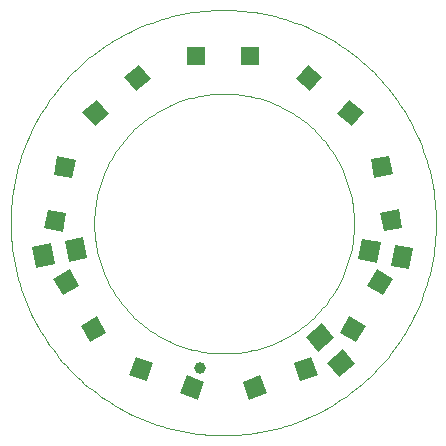
<source format=gtp>
G04 EAGLE Gerber RS-274X export*
G75*
%MOMM*%
%FSLAX35Y35*%
%LPD*%
%INsolder_paste_top*%
%IPPOS*%
%AMOC8*
5,1,8,0,0,1.08239X$1,22.5*%
G01*
%ADD10C,0.010000*%
%ADD11C,0.050000*%
%ADD12R,1.600000X1.800000*%
%ADD13R,1.600000X1.600000*%
%ADD14R,1.600000X1.600000*%
%ADD15C,1.000000*%


D10*
X1793375Y-42625D02*
X1793375Y57375D01*
X-1806625Y7375D02*
X-1806083Y51549D01*
X-1804457Y95697D01*
X-1801748Y139791D01*
X-1797958Y183806D01*
X-1793088Y227714D01*
X-1787143Y271490D01*
X-1780125Y315106D01*
X-1772039Y358538D01*
X-1762889Y401757D01*
X-1752681Y444739D01*
X-1741422Y487458D01*
X-1729118Y529887D01*
X-1715776Y572002D01*
X-1701404Y613777D01*
X-1686012Y655186D01*
X-1669608Y696205D01*
X-1652203Y736809D01*
X-1633806Y776974D01*
X-1614429Y816675D01*
X-1594083Y855889D01*
X-1572782Y894592D01*
X-1550536Y932760D01*
X-1527361Y970371D01*
X-1503270Y1007401D01*
X-1478278Y1043830D01*
X-1452399Y1079634D01*
X-1425649Y1114792D01*
X-1398044Y1149283D01*
X-1369601Y1183086D01*
X-1340337Y1216181D01*
X-1310270Y1248548D01*
X-1279417Y1280167D01*
X-1247798Y1311020D01*
X-1215431Y1341087D01*
X-1182336Y1370351D01*
X-1148533Y1398794D01*
X-1114042Y1426399D01*
X-1078884Y1453149D01*
X-1043080Y1479028D01*
X-1006651Y1504020D01*
X-969621Y1528111D01*
X-932010Y1551286D01*
X-893842Y1573532D01*
X-855139Y1594833D01*
X-815925Y1615179D01*
X-776224Y1634556D01*
X-736059Y1652953D01*
X-695455Y1670358D01*
X-654436Y1686762D01*
X-613027Y1702154D01*
X-571252Y1716526D01*
X-529137Y1729868D01*
X-486708Y1742172D01*
X-443989Y1753431D01*
X-401007Y1763639D01*
X-357788Y1772789D01*
X-314356Y1780875D01*
X-270740Y1787893D01*
X-226964Y1793838D01*
X-183056Y1798708D01*
X-139041Y1802498D01*
X-94947Y1805207D01*
X-50799Y1806833D01*
X-6625Y1807375D01*
X37549Y1806833D01*
X81697Y1805207D01*
X125791Y1802498D01*
X169806Y1798708D01*
X213714Y1793838D01*
X257490Y1787893D01*
X301106Y1780875D01*
X344538Y1772789D01*
X387757Y1763639D01*
X430739Y1753431D01*
X473458Y1742172D01*
X515887Y1729868D01*
X558002Y1716526D01*
X599777Y1702154D01*
X641186Y1686762D01*
X682205Y1670358D01*
X722809Y1652953D01*
X762974Y1634556D01*
X802675Y1615179D01*
X841889Y1594833D01*
X880592Y1573532D01*
X918760Y1551286D01*
X956371Y1528111D01*
X993401Y1504020D01*
X1029830Y1479028D01*
X1065634Y1453149D01*
X1100792Y1426399D01*
X1135283Y1398794D01*
X1169086Y1370351D01*
X1202181Y1341087D01*
X1234548Y1311020D01*
X1266167Y1280167D01*
X1297020Y1248548D01*
X1327087Y1216181D01*
X1356351Y1183086D01*
X1384794Y1149283D01*
X1412399Y1114792D01*
X1439149Y1079634D01*
X1465028Y1043830D01*
X1490020Y1007401D01*
X1514111Y970371D01*
X1537286Y932760D01*
X1559532Y894592D01*
X1580833Y855889D01*
X1601179Y816675D01*
X1620556Y776974D01*
X1638953Y736809D01*
X1656358Y696205D01*
X1672762Y655186D01*
X1688154Y613777D01*
X1702526Y572002D01*
X1715868Y529887D01*
X1728172Y487458D01*
X1739431Y444739D01*
X1749639Y401757D01*
X1758789Y358538D01*
X1766875Y315106D01*
X1773893Y271490D01*
X1779838Y227714D01*
X1784708Y183806D01*
X1788498Y139791D01*
X1791207Y95697D01*
X1792833Y51549D01*
X1793375Y7375D01*
X1792833Y-36799D01*
X1791207Y-80947D01*
X1788498Y-125041D01*
X1784708Y-169056D01*
X1779838Y-212964D01*
X1773893Y-256740D01*
X1766875Y-300356D01*
X1758789Y-343788D01*
X1749639Y-387007D01*
X1739431Y-429989D01*
X1728172Y-472708D01*
X1715868Y-515137D01*
X1702526Y-557252D01*
X1688154Y-599027D01*
X1672762Y-640436D01*
X1656358Y-681455D01*
X1638953Y-722059D01*
X1620556Y-762224D01*
X1601179Y-801925D01*
X1580833Y-841139D01*
X1559532Y-879842D01*
X1537286Y-918010D01*
X1514111Y-955621D01*
X1490020Y-992651D01*
X1465028Y-1029080D01*
X1439149Y-1064884D01*
X1412399Y-1100042D01*
X1384794Y-1134533D01*
X1356351Y-1168336D01*
X1327087Y-1201431D01*
X1297020Y-1233798D01*
X1266167Y-1265417D01*
X1234548Y-1296270D01*
X1202181Y-1326337D01*
X1169086Y-1355601D01*
X1135283Y-1384044D01*
X1100792Y-1411649D01*
X1065634Y-1438399D01*
X1029830Y-1464278D01*
X993401Y-1489270D01*
X956371Y-1513361D01*
X918760Y-1536536D01*
X880592Y-1558782D01*
X841889Y-1580083D01*
X802675Y-1600429D01*
X762974Y-1619806D01*
X722809Y-1638203D01*
X682205Y-1655608D01*
X641186Y-1672012D01*
X599777Y-1687404D01*
X558002Y-1701776D01*
X515887Y-1715118D01*
X473458Y-1727422D01*
X430739Y-1738681D01*
X387757Y-1748889D01*
X344538Y-1758039D01*
X301106Y-1766125D01*
X257490Y-1773143D01*
X213714Y-1779088D01*
X169806Y-1783958D01*
X125791Y-1787748D01*
X81697Y-1790457D01*
X37549Y-1792083D01*
X-6625Y-1792625D01*
X-50799Y-1792083D01*
X-94947Y-1790457D01*
X-139041Y-1787748D01*
X-183056Y-1783958D01*
X-226964Y-1779088D01*
X-270740Y-1773143D01*
X-314356Y-1766125D01*
X-357788Y-1758039D01*
X-401007Y-1748889D01*
X-443989Y-1738681D01*
X-486708Y-1727422D01*
X-529137Y-1715118D01*
X-571252Y-1701776D01*
X-613027Y-1687404D01*
X-654436Y-1672012D01*
X-695455Y-1655608D01*
X-736059Y-1638203D01*
X-776224Y-1619806D01*
X-815925Y-1600429D01*
X-855139Y-1580083D01*
X-893842Y-1558782D01*
X-932010Y-1536536D01*
X-969621Y-1513361D01*
X-1006651Y-1489270D01*
X-1043080Y-1464278D01*
X-1078884Y-1438399D01*
X-1114042Y-1411649D01*
X-1148533Y-1384044D01*
X-1182336Y-1355601D01*
X-1215431Y-1326337D01*
X-1247798Y-1296270D01*
X-1279417Y-1265417D01*
X-1310270Y-1233798D01*
X-1340337Y-1201431D01*
X-1369601Y-1168336D01*
X-1398044Y-1134533D01*
X-1425649Y-1100042D01*
X-1452399Y-1064884D01*
X-1478278Y-1029080D01*
X-1503270Y-992651D01*
X-1527361Y-955621D01*
X-1550536Y-918010D01*
X-1572782Y-879842D01*
X-1594083Y-841139D01*
X-1614429Y-801925D01*
X-1633806Y-762224D01*
X-1652203Y-722059D01*
X-1669608Y-681455D01*
X-1686012Y-640436D01*
X-1701404Y-599027D01*
X-1715776Y-557252D01*
X-1729118Y-515137D01*
X-1741422Y-472708D01*
X-1752681Y-429989D01*
X-1762889Y-387007D01*
X-1772039Y-343788D01*
X-1780125Y-300356D01*
X-1787143Y-256740D01*
X-1793088Y-212964D01*
X-1797958Y-169056D01*
X-1801748Y-125041D01*
X-1804457Y-80947D01*
X-1806083Y-36799D01*
X-1806625Y7375D01*
D11*
X-1100045Y0D02*
X-1099714Y26996D01*
X-1098720Y53977D01*
X-1097064Y80924D01*
X-1094748Y107823D01*
X-1091772Y134657D01*
X-1088139Y161410D01*
X-1083850Y188066D01*
X-1078908Y214608D01*
X-1073316Y241021D01*
X-1067078Y267289D01*
X-1060197Y293396D01*
X-1052677Y319326D01*
X-1044524Y345064D01*
X-1035741Y370594D01*
X-1026334Y395901D01*
X-1016309Y420969D01*
X-1005672Y445784D01*
X-994429Y470330D01*
X-982587Y494593D01*
X-970153Y518558D01*
X-957135Y542210D01*
X-943540Y565536D01*
X-929377Y588521D01*
X-914654Y611152D01*
X-899380Y633415D01*
X-883564Y655296D01*
X-867217Y676782D01*
X-850346Y697861D01*
X-832964Y718520D01*
X-815080Y738745D01*
X-796704Y758526D01*
X-777849Y777849D01*
X-758526Y796704D01*
X-738745Y815080D01*
X-718520Y832964D01*
X-697861Y850346D01*
X-676782Y867217D01*
X-655296Y883564D01*
X-633415Y899380D01*
X-611152Y914654D01*
X-588521Y929377D01*
X-565536Y943540D01*
X-542210Y957135D01*
X-518558Y970153D01*
X-494593Y982587D01*
X-470330Y994429D01*
X-445784Y1005672D01*
X-420969Y1016309D01*
X-395901Y1026334D01*
X-370594Y1035741D01*
X-345064Y1044524D01*
X-319326Y1052677D01*
X-293396Y1060197D01*
X-267289Y1067078D01*
X-241021Y1073316D01*
X-214608Y1078908D01*
X-188066Y1083850D01*
X-161410Y1088139D01*
X-134657Y1091772D01*
X-107823Y1094748D01*
X-80924Y1097064D01*
X-53977Y1098720D01*
X-26996Y1099714D01*
X0Y1100045D01*
X26996Y1099714D01*
X53977Y1098720D01*
X80924Y1097064D01*
X107823Y1094748D01*
X134657Y1091772D01*
X161410Y1088139D01*
X188066Y1083850D01*
X214608Y1078908D01*
X241021Y1073316D01*
X267289Y1067078D01*
X293396Y1060197D01*
X319326Y1052677D01*
X345064Y1044524D01*
X370594Y1035741D01*
X395901Y1026334D01*
X420969Y1016309D01*
X445784Y1005672D01*
X470330Y994429D01*
X494593Y982587D01*
X518558Y970153D01*
X542210Y957135D01*
X565536Y943540D01*
X588521Y929377D01*
X611152Y914654D01*
X633415Y899380D01*
X655296Y883564D01*
X676782Y867217D01*
X697861Y850346D01*
X718520Y832964D01*
X738745Y815080D01*
X758526Y796704D01*
X777849Y777849D01*
X796704Y758526D01*
X815080Y738745D01*
X832964Y718520D01*
X850346Y697861D01*
X867217Y676782D01*
X883564Y655296D01*
X899380Y633415D01*
X914654Y611152D01*
X929377Y588521D01*
X943540Y565536D01*
X957135Y542210D01*
X970153Y518558D01*
X982587Y494593D01*
X994429Y470330D01*
X1005672Y445784D01*
X1016309Y420969D01*
X1026334Y395901D01*
X1035741Y370594D01*
X1044524Y345064D01*
X1052677Y319326D01*
X1060197Y293396D01*
X1067078Y267289D01*
X1073316Y241021D01*
X1078908Y214608D01*
X1083850Y188066D01*
X1088139Y161410D01*
X1091772Y134657D01*
X1094748Y107823D01*
X1097064Y80924D01*
X1098720Y53977D01*
X1099714Y26996D01*
X1100045Y0D01*
X1099714Y-26996D01*
X1098720Y-53977D01*
X1097064Y-80924D01*
X1094748Y-107823D01*
X1091772Y-134657D01*
X1088139Y-161410D01*
X1083850Y-188066D01*
X1078908Y-214608D01*
X1073316Y-241021D01*
X1067078Y-267289D01*
X1060197Y-293396D01*
X1052677Y-319326D01*
X1044524Y-345064D01*
X1035741Y-370594D01*
X1026334Y-395901D01*
X1016309Y-420969D01*
X1005672Y-445784D01*
X994429Y-470330D01*
X982587Y-494593D01*
X970153Y-518558D01*
X957135Y-542210D01*
X943540Y-565536D01*
X929377Y-588521D01*
X914654Y-611152D01*
X899380Y-633415D01*
X883564Y-655296D01*
X867217Y-676782D01*
X850346Y-697861D01*
X832964Y-718520D01*
X815080Y-738745D01*
X796704Y-758526D01*
X777849Y-777849D01*
X758526Y-796704D01*
X738745Y-815080D01*
X718520Y-832964D01*
X697861Y-850346D01*
X676782Y-867217D01*
X655296Y-883564D01*
X633415Y-899380D01*
X611152Y-914654D01*
X588521Y-929377D01*
X565536Y-943540D01*
X542210Y-957135D01*
X518558Y-970153D01*
X494593Y-982587D01*
X470330Y-994429D01*
X445784Y-1005672D01*
X420969Y-1016309D01*
X395901Y-1026334D01*
X370594Y-1035741D01*
X345064Y-1044524D01*
X319326Y-1052677D01*
X293396Y-1060197D01*
X267289Y-1067078D01*
X241021Y-1073316D01*
X214608Y-1078908D01*
X188066Y-1083850D01*
X161410Y-1088139D01*
X134657Y-1091772D01*
X107823Y-1094748D01*
X80924Y-1097064D01*
X53977Y-1098720D01*
X26996Y-1099714D01*
X0Y-1100045D01*
X-26996Y-1099714D01*
X-53977Y-1098720D01*
X-80924Y-1097064D01*
X-107823Y-1094748D01*
X-134657Y-1091772D01*
X-161410Y-1088139D01*
X-188066Y-1083850D01*
X-214608Y-1078908D01*
X-241021Y-1073316D01*
X-267289Y-1067078D01*
X-293396Y-1060197D01*
X-319326Y-1052677D01*
X-345064Y-1044524D01*
X-370594Y-1035741D01*
X-395901Y-1026334D01*
X-420969Y-1016309D01*
X-445784Y-1005672D01*
X-470330Y-994429D01*
X-494593Y-982587D01*
X-518558Y-970153D01*
X-542210Y-957135D01*
X-565536Y-943540D01*
X-588521Y-929377D01*
X-611152Y-914654D01*
X-633415Y-899380D01*
X-655296Y-883564D01*
X-676782Y-867217D01*
X-697861Y-850346D01*
X-718520Y-832964D01*
X-738745Y-815080D01*
X-758526Y-796704D01*
X-777849Y-777849D01*
X-796704Y-758526D01*
X-815080Y-738745D01*
X-832964Y-718520D01*
X-850346Y-697861D01*
X-867217Y-676782D01*
X-883564Y-655296D01*
X-899380Y-633415D01*
X-914654Y-611152D01*
X-929377Y-588521D01*
X-943540Y-565536D01*
X-957135Y-542210D01*
X-970153Y-518558D01*
X-982587Y-494593D01*
X-994429Y-470330D01*
X-1005672Y-445784D01*
X-1016309Y-420969D01*
X-1026334Y-395901D01*
X-1035741Y-370594D01*
X-1044524Y-345064D01*
X-1052677Y-319326D01*
X-1060197Y-293396D01*
X-1067078Y-267289D01*
X-1073316Y-241021D01*
X-1078908Y-214608D01*
X-1083850Y-188066D01*
X-1088139Y-161410D01*
X-1091772Y-134657D01*
X-1094748Y-107823D01*
X-1097064Y-80924D01*
X-1098720Y-53977D01*
X-1099714Y-26996D01*
X-1100045Y0D01*
D12*
G36*
X1443502Y-179337D02*
X1600667Y-209318D01*
X1566938Y-386129D01*
X1409773Y-356148D01*
X1443502Y-179337D01*
G37*
G36*
X1168462Y-126871D02*
X1325627Y-156852D01*
X1291898Y-333663D01*
X1134733Y-303682D01*
X1168462Y-126871D01*
G37*
G36*
X794352Y-1083573D02*
X693011Y-959760D01*
X832302Y-845751D01*
X933643Y-969564D01*
X794352Y-1083573D01*
G37*
G36*
X971698Y-1300249D02*
X870357Y-1176436D01*
X1009648Y-1062427D01*
X1110989Y-1186240D01*
X971698Y-1300249D01*
G37*
D13*
G36*
X793666Y-1279148D02*
X643316Y-1333872D01*
X588592Y-1183522D01*
X738942Y-1128798D01*
X793666Y-1279148D01*
G37*
G36*
X361408Y-1436477D02*
X211058Y-1491201D01*
X156334Y-1340851D01*
X306684Y-1286127D01*
X361408Y-1436477D01*
G37*
G36*
X1429282Y-466532D02*
X1349282Y-605096D01*
X1210718Y-525096D01*
X1290718Y-386532D01*
X1429282Y-466532D01*
G37*
G36*
X1199282Y-864904D02*
X1119282Y-1003468D01*
X980718Y-923468D01*
X1060718Y-784904D01*
X1199282Y-864904D01*
G37*
G36*
X1399953Y574182D02*
X1427737Y416614D01*
X1270169Y388830D01*
X1242385Y546398D01*
X1399953Y574182D01*
G37*
G36*
X1479831Y121170D02*
X1507615Y-36398D01*
X1350047Y-64182D01*
X1322263Y93386D01*
X1479831Y121170D01*
G37*
G36*
X-748942Y-1128798D02*
X-598592Y-1183522D01*
X-653316Y-1333872D01*
X-803666Y-1279148D01*
X-748942Y-1128798D01*
G37*
G36*
X-316684Y-1286127D02*
X-166334Y-1340851D01*
X-221058Y-1491201D01*
X-371408Y-1436477D01*
X-316684Y-1286127D01*
G37*
G36*
X-1305718Y-386532D02*
X-1225718Y-525096D01*
X-1364282Y-605096D01*
X-1444282Y-466532D01*
X-1305718Y-386532D01*
G37*
G36*
X-1075718Y-784904D02*
X-995718Y-923468D01*
X-1134282Y-1003468D01*
X-1214282Y-864904D01*
X-1075718Y-784904D01*
G37*
G36*
X-1257385Y541398D02*
X-1285169Y383830D01*
X-1442737Y411614D01*
X-1414953Y569182D01*
X-1257385Y541398D01*
G37*
G36*
X-1337263Y88386D02*
X-1365047Y-69182D01*
X-1522615Y-41398D01*
X-1494831Y116170D01*
X-1337263Y88386D01*
G37*
G36*
X-621104Y1222981D02*
X-743670Y1120135D01*
X-846516Y1242701D01*
X-723950Y1345547D01*
X-621104Y1222981D01*
G37*
G36*
X-973484Y927299D02*
X-1096050Y824453D01*
X-1198896Y947019D01*
X-1076330Y1049865D01*
X-973484Y927299D01*
G37*
D14*
X220000Y1415000D03*
X-240000Y1415000D03*
D13*
G36*
X1081050Y824453D02*
X958484Y927299D01*
X1061330Y1049865D01*
X1183896Y947019D01*
X1081050Y824453D01*
G37*
G36*
X728670Y1120135D02*
X606104Y1222981D01*
X708950Y1345547D01*
X831516Y1242701D01*
X728670Y1120135D01*
G37*
D12*
G36*
X-1348274Y-145206D02*
X-1191215Y-114676D01*
X-1156870Y-291368D01*
X-1313929Y-321898D01*
X-1348274Y-145206D01*
G37*
G36*
X-1623130Y-198632D02*
X-1466071Y-168102D01*
X-1431726Y-344794D01*
X-1588785Y-375324D01*
X-1623130Y-198632D01*
G37*
D15*
X-200000Y-1225000D03*
M02*

</source>
